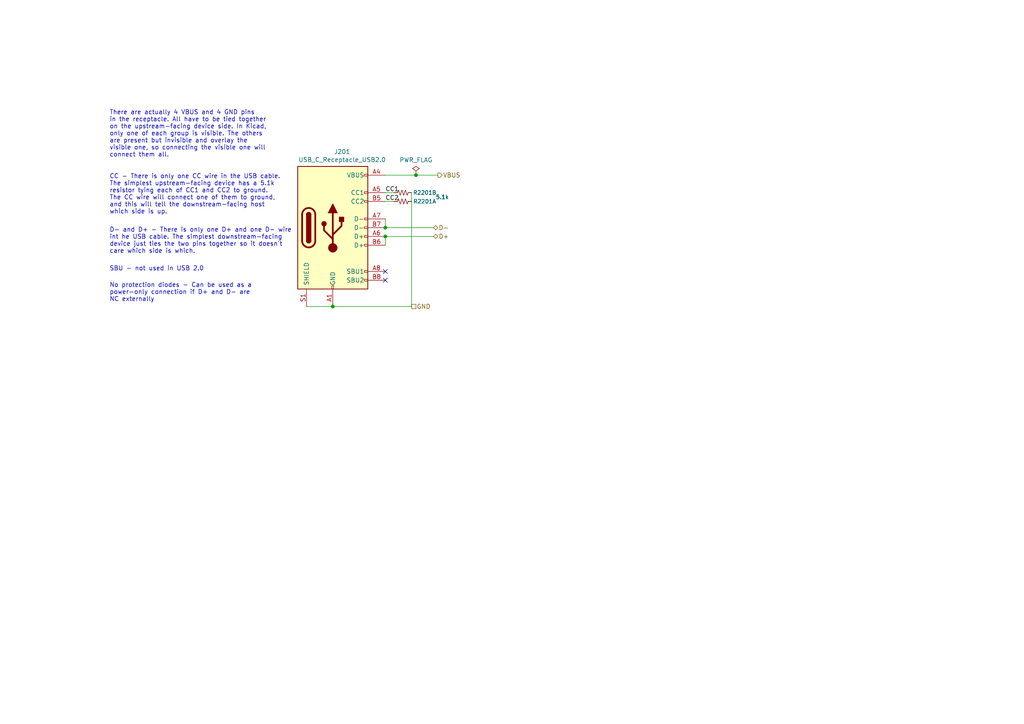
<source format=kicad_sch>
(kicad_sch (version 20230121) (generator eeschema)
  (paper "A4")
  (lib_symbols
    (symbol "Connector:USB_C_Receptacle_USB2.0" (pin_names (offset 1.016))
      (property "Reference" "J" (at -10.16 19.05 0))
      (property "Value" "USB_C_Receptacle_USB2.0" (at 19.05 19.05 0))
      (symbol "USB_C_Receptacle_USB2.0_0_0"
        (rectangle (start -0.254 -17.78) (end 0.254 -16.764))
        (rectangle (start 10.16 -14.986) (end 9.144 -15.494))
        (rectangle (start 10.16 -12.446) (end 9.144 -12.954))
        (rectangle (start 10.16 -4.826) (end 9.144 -5.334))
        (rectangle (start 10.16 -2.286) (end 9.144 -2.794))
        (rectangle (start 10.16 0.254) (end 9.144 -0.254))
        (rectangle (start 10.16 2.794) (end 9.144 2.286))
        (rectangle (start 10.16 7.874) (end 9.144 7.366))
        (rectangle (start 10.16 10.414) (end 9.144 9.906))
        (rectangle (start 10.16 15.494) (end 9.144 14.986))
      )
      (symbol "USB_C_Receptacle_USB2.0_0_1"
        (rectangle (start -10.16 17.78) (end 10.16 -17.78) (stroke (width 0.254)) (fill (type background)))
        (arc (start -8.89 -3.81) (mid -6.985 -5.7067) (end -5.08 -3.81) (stroke (width 0.508)))
        (arc (start -7.62 -3.81) (mid -6.985 -4.4423) (end -6.35 -3.81) (stroke (width 0.254)))
        (arc (start -7.62 -3.81) (mid -6.985 -4.4423) (end -6.35 -3.81) (stroke (width 0.254)) (fill (type outline)))
        (rectangle (start -7.62 -3.81) (end -6.35 3.81) (stroke (width 0.254)) (fill (type outline)))
        (arc (start -6.35 3.81) (mid -6.985 4.4423) (end -7.62 3.81) (stroke (width 0.254)))
        (arc (start -6.35 3.81) (mid -6.985 4.4423) (end -7.62 3.81) (stroke (width 0.254)) (fill (type outline)))
        (arc (start -5.08 3.81) (mid -6.985 5.7067) (end -8.89 3.81) (stroke (width 0.508)))
        (circle (center -2.54 1.143) (radius 0.635) (stroke (width 0.254)) (fill (type outline)))
        (circle (center 0 -5.842) (radius 1.27) (fill (type outline)))
        (polyline (pts (xy -8.89 -3.81) (xy -8.89 3.81)) (stroke (width 0.508)))
        (polyline (pts (xy -5.08 3.81) (xy -5.08 -3.81)) (stroke (width 0.508)))
        (polyline (pts (xy 0 -5.842) (xy 0 4.318)) (stroke (width 0.508)))
        (polyline (pts (xy 0 -3.302) (xy -2.54 -0.762) (xy -2.54 0.508)) (stroke (width 0.508)))
        (polyline (pts (xy 0 -2.032) (xy 2.54 0.508) (xy 2.54 1.778)) (stroke (width 0.508)))
        (polyline (pts (xy -1.27 4.318) (xy 0 6.858) (xy 1.27 4.318) (xy -1.27 4.318)) (stroke (width 0.254)) (fill (type outline)))
        (rectangle (start 1.905 1.778) (end 3.175 3.048) (stroke (width 0.254)) (fill (type outline)))
      )
      (symbol "USB_C_Receptacle_USB2.0_1_1"
        (pin passive line (at 0 -22.86 90) (length 5.08) (name "GND") (number "A1"))
        (pin passive line (at 0 -22.86 90) (length 5.08) hide (name "GND") (number "A12"))
        (pin passive line (at 15.24 15.24 180) (length 5.08) (name "VBUS") (number "A4"))
        (pin bidirectional line (at 15.24 10.16 180) (length 5.08) (name "CC1") (number "A5"))
        (pin bidirectional line (at 15.24 -2.54 180) (length 5.08) (name "D+") (number "A6"))
        (pin bidirectional line (at 15.24 2.54 180) (length 5.08) (name "D-") (number "A7"))
        (pin bidirectional line (at 15.24 -12.7 180) (length 5.08) (name "SBU1") (number "A8"))
        (pin passive line (at 15.24 15.24 180) (length 5.08) hide (name "VBUS") (number "A9"))
        (pin passive line (at 0 -22.86 90) (length 5.08) hide (name "GND") (number "B1"))
        (pin passive line (at 0 -22.86 90) (length 5.08) hide (name "GND") (number "B12"))
        (pin passive line (at 15.24 15.24 180) (length 5.08) hide (name "VBUS") (number "B4"))
        (pin bidirectional line (at 15.24 7.62 180) (length 5.08) (name "CC2") (number "B5"))
        (pin bidirectional line (at 15.24 -5.08 180) (length 5.08) (name "D+") (number "B6"))
        (pin bidirectional line (at 15.24 0 180) (length 5.08) (name "D-") (number "B7"))
        (pin bidirectional line (at 15.24 -15.24 180) (length 5.08) (name "SBU2") (number "B8"))
        (pin passive line (at 15.24 15.24 180) (length 5.08) hide (name "VBUS") (number "B9"))
        (pin passive line (at -7.62 -22.86 90) (length 5.08) (name "SHIELD") (number "S1"))
      )
    )
    (symbol "KwanSystems:RP2" (pin_numbers hide) (pin_names (offset 0) hide)
      (property "Reference" "R" (at -1.27 1.27 0))
      (property "Value" "RP2" (at -1.27 -2.54 0))
      (symbol "RP2_0_1"
        (polyline (pts (xy 0 0) (xy -0.254 0.762) (xy -0.762 -0.762) (xy -1.27 0.762) (xy -1.524 0)))
        (polyline (pts (xy 0 0) (xy 0.254 -0.762) (xy 0.762 0.762) (xy 1.27 -0.762) (xy 1.524 0)))
      )
      (symbol "RP2_1_1"
        (pin passive line (at -2.54 0 0) (length 0.9906) (name "4") (number "1"))
        (pin passive line (at 2.54 0 180) (length 0.9906) (name "3") (number "4"))
      )
      (symbol "RP2_2_1"
        (pin passive line (at -2.54 0 0) (length 0.9906) (name "4") (number "2"))
        (pin passive line (at 2.54 0 180) (length 0.9906) (name "3") (number "3"))
      )
    )
    (symbol "power:PWR_FLAG" (power) (pin_numbers hide) (pin_names (offset 0) hide)
      (property "Value" "PWR_FLAG" (at 0 3.81 0))
      (symbol "PWR_FLAG_0_0"
        (pin power_out line (at 0 0 90) (length 0) (name "pwr") (number "1"))
      )
      (symbol "PWR_FLAG_0_1"
        (polyline (pts (xy 0 0) (xy 0 1.27) (xy -1.016 1.905) (xy 0 2.54) (xy 1.016 1.905) (xy 0 1.27)))
      )
    )
  )
  (junction (at 111.76 68.58))
  (junction (at 96.52 88.9))
  (junction (at 111.76 66.04))
  (junction (at 120.65 50.8))
  (no_connect (at 111.76 78.74))
  (no_connect (at 111.76 81.28))
  (wire (pts (xy 119.38 88.9) (xy 96.52 88.9)))
  (wire (pts (xy 111.76 50.8) (xy 120.65 50.8)))
  (wire (pts (xy 111.76 68.58) (xy 125.73 68.58)))
  (wire (pts (xy 119.38 55.88) (xy 119.38 88.9)))
  (wire (pts (xy 111.76 66.04) (xy 125.73 66.04)))
  (wire (pts (xy 120.65 50.8) (xy 127 50.8)))
  (wire (pts (xy 96.52 88.9) (xy 88.9 88.9)))
  (wire (pts (xy 111.76 71.12) (xy 111.76 68.58)))
  (wire (pts (xy 111.76 55.88) (xy 114.3 55.88)))
  (wire (pts (xy 111.76 58.42) (xy 114.3 58.42)))
  (wire (pts (xy 111.76 63.5) (xy 111.76 66.04)))
  (text "D- and D+ - There is only one D+ and one D- wire\nint he USB cable. The simplest downstream-facing\ndevice just ties the two pins together so it doesn't\ncare which side is which." (at 31.75 73.66 0) (effects (font (size 1.27 1.27)) (justify left bottom)))
  (text "CC - There is only one CC wire in the USB cable. \nThe simplest upstream-facing device has a 5.1k\nresistor tying each of CC1 and CC2 to ground.\nThe CC wire will connect one of them to ground, \nand this will tell the downstream-facing host\nwhich side is up." (at 31.75 62.23 0) (effects (font (size 1.27 1.27)) (justify left bottom)))
  (text "SBU - not used in USB 2.0" (at 31.75 78.74 0) (effects (font (size 1.27 1.27)) (justify left bottom)))
  (text "There are actually 4 VBUS and 4 GND pins\nin the receptacle. All have to be tied together\non the upstream-facing device side. In Kicad,\nonly one of each group is visible. The others\nare present but invisible and overlay the \nvisible one, so connecting the visible one will\nconnect them all." (at 31.75 45.72 0) (effects (font (size 1.27 1.27)) (justify left bottom)))
  (text "No protection diodes - Can be used as a \npower-only connection if D+ and D- are \nNC externally" (at 31.75 87.63 0) (effects (font (size 1.27 1.27)) (justify left bottom)))
  (label "CC1" (at 111.76 55.88 0))
  (label "CC2" (at 111.76 58.42 0))
  (hierarchical_label "GND" (shape passive) (at 119.38 88.9 0))
  (hierarchical_label "VBUS" (shape output) (at 127 50.8 0))
  (hierarchical_label "D+" (shape bidirectional) (at 125.73 68.58 0))
  (hierarchical_label "D-" (shape bidirectional) (at 125.73 66.04 0))
  (symbol (lib_id "Connector:USB_C_Receptacle_USB2.0") (at 96.52 66.04 0) (unit 1)
    (property "Reference" "J201" (at 99.2378 44.0182 0))
    (property "Value" "USB_C_Receptacle_USB2.0" (at 99.2378 46.3296 0))
    (property "Footprint" "KwanSystems:GCTUSBTypeC_PTH" (effects hide))
    (property "Datasheet" "https://www.usb.org/sites/default/files/documents/usb_type-c.zip" (effects hide))
    (property "Digikey" "2073-USB4105-GF-ACT-ND" (effects hide))
    (instances (project "Naninator" (path "" (reference "J201") (unit 1))) (project "USB_Serial" (path "" (reference "J2201") (unit 1))))
  )
  (symbol (lib_id "power:PWR_FLAG") (at 120.65 50.8 0) (unit 1)
    (property "Reference" "#FLG0102" (effects hide))
    (property "Value" "PWR_FLAG" (at 120.65 46.4058 0))
    (instances (project "Naninator" (path "" (reference "#FLG0102") (unit 1))) (project "USB_Serial" (path "" (reference "#FLG?") (unit 1))))
  )
  (symbol (lib_id "KwanSystems:RP2") (at 116.84 58.42 0) (unit 1)
    (property "Reference" "R2201" (at 123.19 58.42 0) (effects (font (size 1.143 1.143))))
    (property "Value" "5.1k" (at 128.27 57.15 0) (effects (font (size 1.143 1.143))))
    (property "Footprint" "KwanSystems:R_Array_Convex_2x0402" (effects hide))
  )
  (symbol (lib_id "KwanSystems:RP2") (at 116.84 55.88 0) (unit 2)
    (property "Reference" "R2201" (at 123.19 55.88 0) (effects (font (size 1.143 1.143))))
    (property "Value" "5.1k" (at 128.27 57.15 0) (effects (font (size 1.143 1.143))))
    (property "Footprint" "KwanSystems:R_Array_Convex_2x0402" (effects hide))
  )
)
</source>
